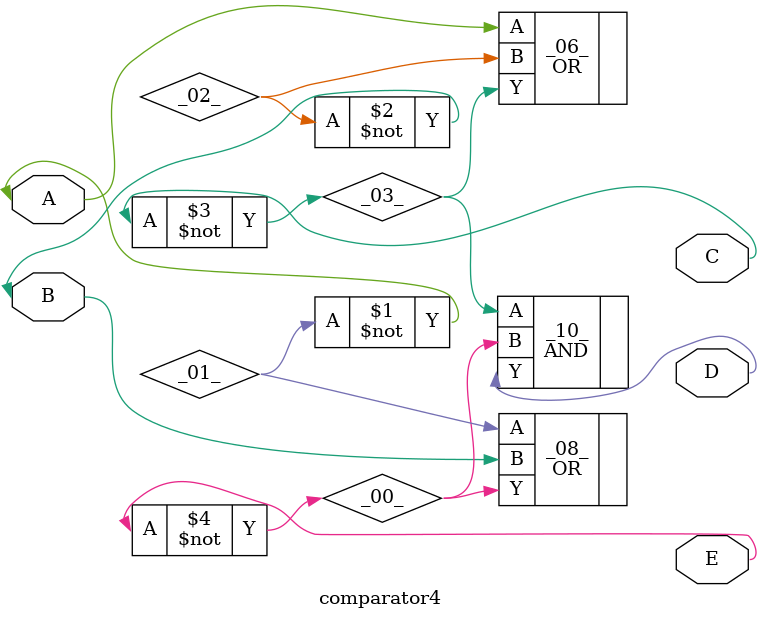
<source format=v>
/* Generated by Yosys 0.41+83 (git sha1 7045cf509, x86_64-w64-mingw32-g++ 13.2.1 -Os) */

/* cells_not_processed =  1  */
/* src = "comparator4.v:1.1-14.10" */
module comparator4(A, B, C, D, E);
  wire _00_;
  wire _01_;
  wire _02_;
  wire _03_;
  /* src = "comparator4.v:2.11-2.12" */
  input A;
  wire A;
  /* src = "comparator4.v:2.13-2.14" */
  input B;
  wire B;
  /* src = "comparator4.v:3.12-3.13" */
  output C;
  wire C;
  /* src = "comparator4.v:3.14-3.15" */
  output D;
  wire D;
  /* src = "comparator4.v:3.16-3.17" */
  output E;
  wire E;
  not _04_ (
    .A(A),
    .Y(_01_)
  );
  not _05_ (
    .A(B),
    .Y(_02_)
  );
  OR _06_ (
    .A(A),
    .B(_02_),
    .Y(_03_)
  );
  not _07_ (
    .A(_03_),
    .Y(C)
  );
  OR _08_ (
    .A(_01_),
    .B(B),
    .Y(_00_)
  );
  not _09_ (
    .A(_00_),
    .Y(E)
  );
  AND _10_ (
    .A(_03_),
    .B(_00_),
    .Y(D)
  );
endmodule

</source>
